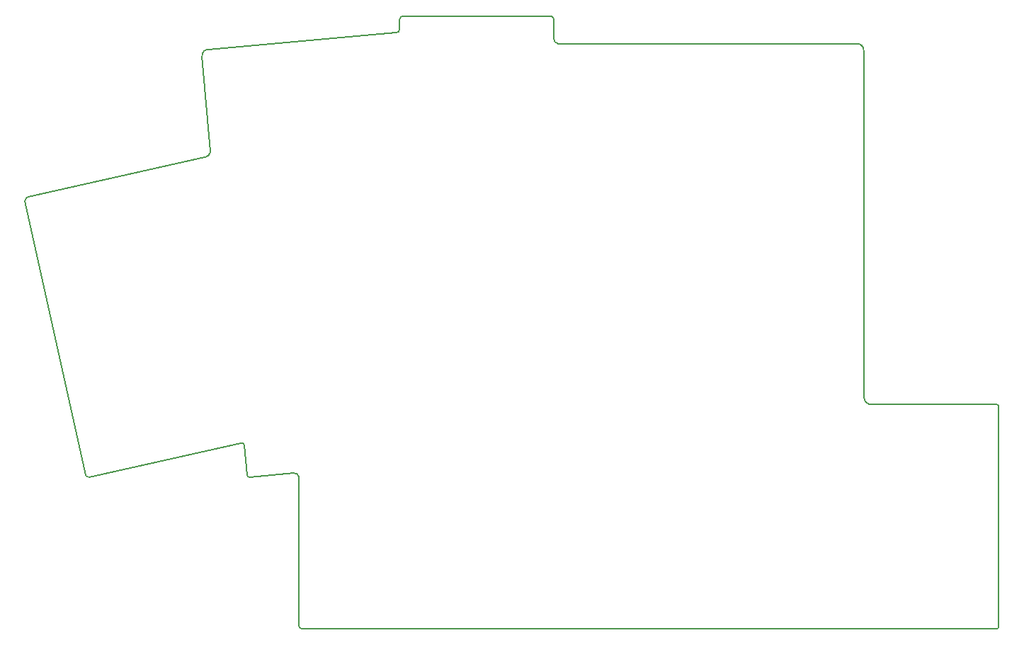
<source format=gbr>
G04 #@! TF.GenerationSoftware,KiCad,Pcbnew,6.0.0-d3dd2cf0fa~116~ubuntu20.04.1*
G04 #@! TF.CreationDate,2022-01-07T19:06:20-05:00*
G04 #@! TF.ProjectId,32_silk,33325f73-696c-46b2-9e6b-696361645f70,0.1*
G04 #@! TF.SameCoordinates,Original*
G04 #@! TF.FileFunction,Profile,NP*
%FSLAX46Y46*%
G04 Gerber Fmt 4.6, Leading zero omitted, Abs format (unit mm)*
G04 Created by KiCad (PCBNEW 6.0.0-d3dd2cf0fa~116~ubuntu20.04.1) date 2022-01-07 19:06:20*
%MOMM*%
%LPD*%
G01*
G04 APERTURE LIST*
G04 #@! TA.AperFunction,Profile*
%ADD10C,0.150000*%
G04 #@! TD*
G04 APERTURE END LIST*
D10*
X88450000Y-51050000D02*
G75*
G03*
X89000000Y-51700000I622269J-31157D01*
G01*
X46736000Y-65303400D02*
G75*
G03*
X47447200Y-64592200I-198018J909218D01*
G01*
X57962800Y-121183400D02*
X57988200Y-103479600D01*
X141376400Y-121691400D02*
X58420000Y-121691400D01*
X125526801Y-52501800D02*
G75*
G03*
X124688600Y-51689000I-786360J27664D01*
G01*
X51079400Y-99491800D02*
X32943800Y-103505000D01*
X32504800Y-103318800D02*
X25254800Y-70518800D01*
X57988200Y-103479600D02*
G75*
G03*
X57404000Y-103047800I-497756J-62341D01*
G01*
X51816000Y-103276400D02*
X51485800Y-99695000D01*
X88150000Y-48400000D02*
X70450000Y-48400000D01*
X125565415Y-93954600D02*
X125526800Y-52501800D01*
X141376400Y-121691401D02*
G75*
G03*
X141681200Y-121361200I-15295J319896D01*
G01*
X70450000Y-48400000D02*
G75*
G03*
X70050000Y-48750000I-25636J-374273D01*
G01*
X141681200Y-121361200D02*
X141681200Y-95097600D01*
X69600000Y-50400000D02*
G75*
G03*
X70050000Y-49950000I-3418J453418D01*
G01*
X32504799Y-103318800D02*
G75*
G03*
X32943800Y-103505000I342842J197700D01*
G01*
X124688600Y-51689000D02*
X89000000Y-51700000D01*
X51485800Y-99695000D02*
G75*
G03*
X51079400Y-99491800I-286426J-64852D01*
G01*
X88450000Y-51050000D02*
X88450000Y-48750000D01*
X25654000Y-69976999D02*
G75*
G03*
X25254800Y-70518800I188169J-556610D01*
G01*
X51816000Y-103276400D02*
G75*
G03*
X52120800Y-103530400I272070J16604D01*
G01*
X126466600Y-94843600D02*
X141401800Y-94843600D01*
X57404000Y-103047800D02*
X52120800Y-103530400D01*
X70050000Y-48750000D02*
X70050000Y-49950000D01*
X141681201Y-95097600D02*
G75*
G03*
X141401800Y-94843600I-292133J-40676D01*
G01*
X46736000Y-65303400D02*
X25654000Y-69977000D01*
X57962801Y-121183400D02*
G75*
G03*
X58420000Y-121691400I443254J-60811D01*
G01*
X125565415Y-93954600D02*
G75*
G03*
X126466600Y-94843600I865045J-24367D01*
G01*
X47142400Y-52374800D02*
G75*
G03*
X46431200Y-53187600I20042J-735087D01*
G01*
X88449999Y-48750000D02*
G75*
G03*
X88150000Y-48400000I-363581J-8070D01*
G01*
X46431200Y-53187600D02*
X47447200Y-64592200D01*
X69600000Y-50400000D02*
X47142400Y-52374800D01*
M02*

</source>
